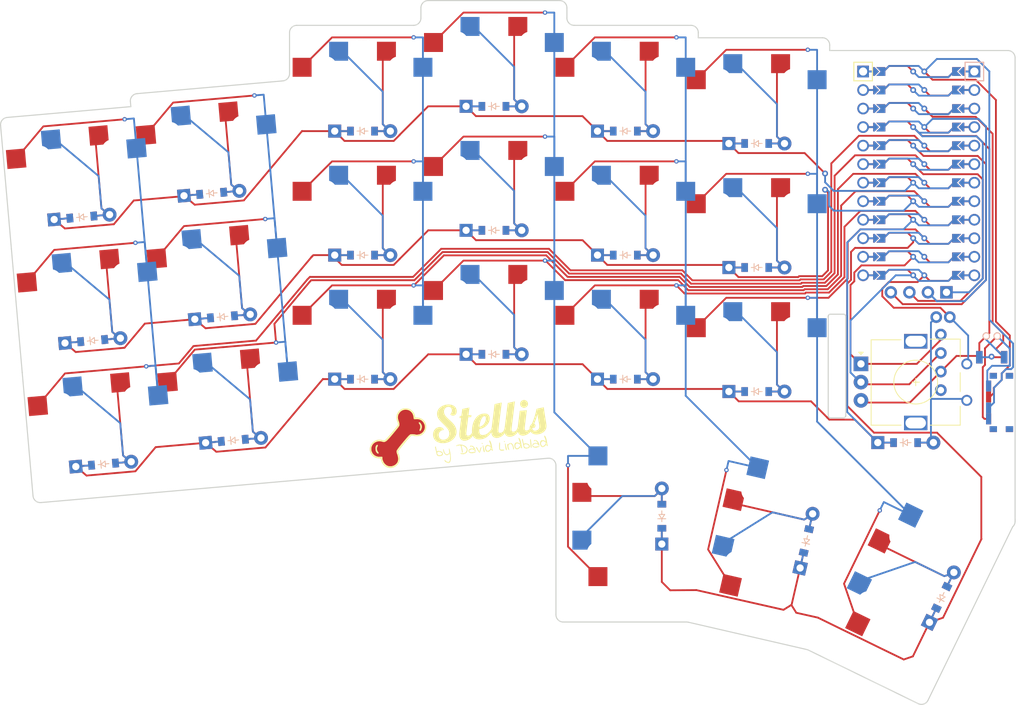
<source format=kicad_pcb>
(kicad_pcb (version 20211014) (generator pcbnew)
  (title_block (title "main") (rev "v1.0.0") (company "Unknown"))
  (layers (0 "F.Cu" signal) (31 "B.Cu" signal) (34 "B.Paste" user) (35 "F.Paste" user) (36 "B.SilkS" user "B.Silkscreen") (37 "F.SilkS" user "F.Silkscreen") (38 "B.Mask" user) (39 "F.Mask" user) (44 "Edge.Cuts" user))
  (net 0 "")
  (net 1 "outer_bottom")
  (net 2 "P21")
  (net 3 "P6")
  (net 4 "outer_home")
  (net 5 "P5")
  (net 6 "outer_top")
  (net 7 "P4")
  (net 8 "pinky_bottom")
  (net 9 "P20")
  (net 10 "pinky_home")
  (net 11 "pinky_top")
  (net 12 "ring_bottom")
  (net 13 "P19")
  (net 14 "ring_home")
  (net 15 "ring_top")
  (net 16 "middle_bottom")
  (net 17 "P18")
  (net 18 "middle_home")
  (net 19 "middle_top")
  (net 20 "index_bottom")
  (net 21 "P15")
  (net 22 "index_home")
  (net 23 "index_top")
  (net 24 "inner_bottom")
  (net 25 "P14")
  (net 26 "inner_home")
  (net 27 "inner_top")
  (net 28 "outer_thumb")
  (net 29 "P7")
  (net 30 "home_thumb")
  (net 31 "inner_thumb")
  (net 32 "RAW")
  (net 33 "GND")
  (net 34 "RST")
  (net 35 "VCC")
  (net 36 "P16")
  (net 37 "P10")
  (net 38 "P1")
  (net 39 "P0")
  (net 40 "P2")
  (net 41 "P3")
  (net 42 "P8")
  (net 43 "P9")
  (net 44 "pos")
  (net 45 "enc_diode")
  (footprint "lib:bat" (layer "F.Cu") (at 129.6159 -14.72297 -90)
    (fp_text reference "")
    (fp_text value "")
  )
  (footprint "ComboDiode" (layer "F.Cu") (at 122.757696 21.100471 64)
    (fp_text reference "D21" hide)
    (fp_text value "" hide)
  )
  (footprint "ComboDiode" (layer "F.Cu") (at 61.415902 -46.222971)
    (fp_text reference "D12" hide)
    (fp_text value "" hide)
  )
  (footprint "PG1350" (layer "F.Cu") (at 99.348626 12.22975 77)
    (fp_text reference "S20" hide)
    (fp_text value "" hide)
  )
  (footprint "ComboDiode" (layer "F.Cu") (at 22.752584 -34.299968 5)
    (fp_text reference "D6" hide)
    (fp_text value "" hide)
  )
  (footprint "ComboDiode" (layer "F.Cu") (at 43.415903 -42.822971)
    (fp_text reference "D9" hide)
    (fp_text value "" hide)
  )
  (footprint "Logo:logo" (layer "F.Cu") (at 55.187111 -0.676461 5)
    (fp_text reference "REF**" hide)
    (fp_text value "logo" hide)
  )
  (footprint "PG1350" (layer "F.Cu") (at 118.263725 18.908618 64)
    (fp_text reference "S21" hide)
    (fp_text value "" hide)
  )
  (footprint "ComboDiode" (layer "F.Cu") (at 79.415903 -25.822972)
    (fp_text reference "D14" hide)
    (fp_text value "" hide)
  )
  (footprint "PG1350" (layer "F.Cu") (at 61.415901 -51.222971)
    (fp_text reference "S12" hide)
    (fp_text value "" hide)
  )
  (footprint "ProMicro" (layer "F.Cu") (at 119.615899 -37.022969 -90)
    (fp_text reference "MCU1" hide)
    (fp_text value "")
  )
  (footprint "PG1350" (layer "F.Cu") (at 97.415903 -46.122974)
    (fp_text reference "S18" hide)
    (fp_text value "" hide)
  )
  (footprint "ComboDiode" (layer "F.Cu") (at 84.415901 9.977028 90)
    (fp_text reference "D19" hide)
    (fp_text value "" hide)
  )
  (footprint "ComboDiode" (layer "F.Cu") (at 4.969245 -31.03763 5)
    (fp_text reference "D3" hide)
    (fp_text value "" hide)
  )
  (footprint "PG1350" (layer "F.Cu") (at 6.015113 -19.083292 5)
    (fp_text reference "S2" hide)
    (fp_text value "" hide)
  )
  (footprint "PG1350" (layer "F.Cu") (at 43.415903 -47.822971)
    (fp_text reference "S9" hide)
    (fp_text value "" hide)
  )
  (footprint "lib:OLED_headers" (layer "F.Cu") (at 113.6159 -19.12297 90)
    (fp_text reference "OLED1" hide)
    (fp_text value "OLED")
  )
  (footprint "ComboDiode" (layer "F.Cu") (at 25.71588 -0.429345 5)
    (fp_text reference "D4" hide)
    (fp_text value "" hide)
  )
  (footprint "Button_Switch_SMD:SW_SPST_B3U-1000P" (layer "F.Cu") (at 129.615902 -11.82297)
    (fp_text reference "")
    (fp_text value "")
  )
  (footprint "PG1350" (layer "F.Cu") (at 22.316804 -39.280941 5)
    (fp_text reference "S6" hide)
    (fp_text value "" hide)
  )
  (footprint "ComboDiode" (layer "F.Cu") (at 117.815903 -0.122972)
    (fp_text reference "D22" hide)
    (fp_text value "" hide)
  )
  (footprint "PG1350" (layer "F.Cu") (at 7.496762 -2.14798 5)
    (fp_text reference "S1" hide)
    (fp_text value "" hide)
  )
  (footprint "ComboDiode" (layer "F.Cu") (at 61.415899 -29.222973)
    (fp_text reference "D11" hide)
    (fp_text value "" hide)
  )
  (footprint "PG1350" (layer "F.Cu") (at 25.280098 -5.410319 5)
    (fp_text reference "S4" hide)
    (fp_text value "" hide)
  )
  (footprint "ComboDiode" (layer "F.Cu") (at 79.415902 -42.822972)
    (fp_text reference "D15" hide)
    (fp_text value "" hide)
  )
  (footprint "ComboDiode" (layer "F.Cu") (at 24.23423 -17.364659 5)
    (fp_text reference "D5" hide)
    (fp_text value "" hide)
  )
  (footprint "ComboDiode" (layer "F.Cu") (at 97.415902 -24.122968)
    (fp_text reference "D17" hide)
    (fp_text value "" hide)
  )
  (footprint "ComboDiode" (layer "F.Cu") (at 43.415901 -25.822971)
    (fp_text reference "D8" hide)
    (fp_text value "" hide)
  )
  (footprint "ComboDiode" (layer "F.Cu") (at 97.415904 -7.12297)
    (fp_text reference "D16" hide)
    (fp_text value "" hide)
  )
  (footprint "PG1350" (layer "F.Cu") (at 43.4159 -30.822972)
    (fp_text reference "S8" hide)
    (fp_text value "" hide)
  )
  (footprint "PG1350" (layer "F.Cu") (at 97.415903 -29.122972)
    (fp_text reference "S17" hide)
    (fp_text value "" hide)
  )
  (footprint "Button_Switch_SMD:SW_SPDT_PCM12" (layer "F.Cu") (at 130.615904 -5.622972 90)
    (fp_text reference "")
    (fp_text value "")
  )
  (footprint "ComboDiode" (layer "F.Cu") (at 61.4159 -12.222971)
    (fp_text reference "D10" hide)
    (fp_text value "" hide)
  )
  (footprint "PG1350" (layer "F.Cu") (at 61.415902 -34.222973)
    (fp_text reference "S11" hide)
    (fp_text value "" hide)
  )
  (footprint "RollerEncoder_Panasonic_EVQWGD001" (layer "F.Cu") (at 117.015901 -11.122973)
    (fp_text reference "REF**")
    (fp_text value "RollerEncoder_Panasonic_EVQWGD001")
    (fp_line (start -9.8 7.3) (end -9.8 -6.3) (layer "Edge.Cuts") (width 0.15))
    (fp_line (start -9.5 -6.6) (end -7.7 -6.6) (layer "Edge.Cuts") (width 0.15))
    (fp_line (start -7.4 -6.3) (end -7.4 7.3) (layer "Edge.Cuts") (width 0.15))
    (fp_line (start -7.7 7.6) (end -9.5 7.6) (layer "Edge.Cuts") (width 0.15))
    (fp_arc (start -7.4 7.3) (mid -7.487868 7.512132) (end -7.7 7.6) (layer "Edge.Cuts") (width 0.15))
    (fp_arc (start -9.8 -6.3) (mid -9.712132 -6.512132) (end -9.5 -6.6) (layer "Edge.Cuts") (width 0.15))
    (fp_arc (start -7.7 -6.6) (mid -7.487868 -6.512132) (end -7.4 -6.3) (layer "Edge.Cuts") (width 0.15))
    (fp_arc (start -9.5 7.6) (mid -9.712132 7.512132) (end -9.8 7.3) (layer "Edge.Cuts") (width 0.15))
  )
  (footprint "PG1350" (layer "F.Cu") (at 97.415903 -12.122971)
    (fp_text reference "S16" hide)
    (fp_text value "" hide)
  )
  (footprint "PG1350" (layer "F.Cu") (at 79.415904 9.977027 90)
    (fp_text reference "S19" hide)
    (fp_text value "" hide)
  )
  (footprint "ComboDiode" (layer "F.Cu") (at 6.450892 -14.102324 5)
    (fp_text reference "D2" hide)
    (fp_text value "" hide)
  )
  (footprint "PG1350" (layer "F.Cu") (at 23.798454 -22.345625 5)
    (fp_text reference "S5" hide)
    (fp_text value "" hide)
  )
  (footprint "ComboDiode" (layer "F.Cu") (at 97.415901 -41.122971)
    (fp_text reference "D18" hide)
    (fp_text value "" hide)
  )
  (footprint "PG1350" (layer "F.Cu") (at 79.415902 -30.822968)
    (fp_text reference "S14" hide)
    (fp_text value "" hide)
  )
  (footprint "rotary_encoder" (layer "F.Cu") (at 119.32 -8.371033)
    (fp_text reference "ROT1" hide)
    (fp_text value "")
  )
  (footprint "ComboDiode" (layer "F.Cu") (at 43.415904 -8.822972)
    (fp_text reference "D7" hide)
    (fp_text value "" hide)
  )
  (footprint "ComboDiode" (layer "F.Cu") (at 79.415904 -8.822973)
    (fp_text reference "D13" hide)
    (fp_text value "" hide)
  )
  (footprint "PG1350" (layer "F.Cu") (at 79.415903 -47.822967)
    (fp_text reference "S15" hide)
    (fp_text value "" hide)
  )
  (footprint "PG1350" (layer "F.Cu") (at 61.415901 -17.222971)
    (fp_text reference "S10" hide)
    (fp_text value "" hide)
  )
  (footprint "ComboDiode" (layer "F.Cu") (at 104.220476 13.354505 77)
    (fp_text reference "D20" hide)
    (fp_text value "" hide)
  )
  (footprint "PG1350" (layer "F.Cu") (at 79.415901 -13.82297)
    (fp_text reference "S13" hide)
    (fp_text value "" hide)
  )
  (footprint "PG1350" (layer "F.Cu") (at 43.4159 -13.822973)
    (fp_text reference "S7" hide)
    (fp_text value "" hide)
  )
  (footprint "ComboDiode" (layer "F.Cu") (at 7.932541 2.832988 5)
    (fp_text reference "D1" hide)
    (fp_text value "" hide)
  )
  (footprint "PG1350" (layer "F.Cu") (at 4.533466 -36.018603 5)
    (fp_text reference "S3" hide)
    (fp_text value "" hide)
  )
  (gr_arc (start 33.4159 -56.322971) (mid 33.708808 -57.030048) (end 34.415902 -57.322969) (layer "Edge.Cuts") (width 0.15))
  (gr_line (start 33.4159 -56.322971) (end 33.415901 -50.704603) (layer "Edge.Cuts") (width 0.15))
  (gr_line (start -6.169307 -43.614701) (end -4.687695 -26.679841) (layer "Edge.Cuts") (width 0.15))
  (gr_line (start 69.915902 23.477027) (end 69.915902 3.018649) (layer "Edge.Cuts") (width 0.15))
  (gr_line (start 131.815901 -53.872971) (end 107.415903 -53.872972) (layer "Edge.Cuts") (width 0.15))
  (gr_line (start 88.415904 -57.322975) (end 72.415902 -57.322975) (layer "Edge.Cuts") (width 0.15))
  (gr_arc (start -4.687657 -26.679392) (mid -4.687677 -26.679616) (end -4.687695 -26.679841) (layer "Edge.Cuts") (width 0.15))
  (gr_arc (start 132.815902 10.677028) (mid 132.729831 11.082924) (end 132.486406 11.418936) (layer "Edge.Cuts") (width 0.15))
  (gr_arc (start 70.915904 24.477029) (mid 70.208825 24.184111) (end 69.915902 23.477027) (layer "Edge.Cuts") (width 0.15))
  (gr_line (start -3.205969 -9.743636) (end -1.724362 7.191229) (layer "Edge.Cuts") (width 0.15))
  (gr_arc (start 51.415901 -58.322972) (mid 51.123023 -57.615834) (end 50.415901 -57.32297) (layer "Edge.Cuts") (width 0.15))
  (gr_line (start 12.523072 -47.960386) (end 32.50306 -49.70841) (layer "Edge.Cuts") (width 0.15))
  (gr_line (start 70.415901 -60.722967) (end 52.415901 -60.722971) (layer "Edge.Cuts") (width 0.15))
  (gr_arc (start 33.4159 -50.704603) (mid 33.153139 -50.029057) (end 32.50306 -49.70841) (layer "Edge.Cuts") (width 0.15))
  (gr_line (start 120.88426 35.206864) (end 132.486406 11.418936) (layer "Edge.Cuts") (width 0.15))
  (gr_arc (start -3.20597 -9.743638) (mid -3.205991 -9.74386) (end -3.206011 -9.744082) (layer "Edge.Cuts") (width 0.15))
  (gr_line (start 89.415902 -55.622965) (end 89.415901 -56.32297) (layer "Edge.Cuts") (width 0.15))
  (gr_arc (start 120.88426 35.206864) (mid 120.311032 35.713987) (end 119.547092 35.667286) (layer "Edge.Cuts") (width 0.15))
  (gr_line (start -0.64101 8.100267) (end 68.828747 2.02245) (layer "Edge.Cuts") (width 0.15))
  (gr_arc (start 11.614035 -46.87704) (mid 11.844189 -47.606978) (end 12.523072 -47.960386) (layer "Edge.Cuts") (width 0.15))
  (gr_line (start 132.815904 10.677027) (end 132.815902 10.60658) (layer "Edge.Cuts") (width 0.15))
  (gr_arc (start 87.825024 24.477031) (mid 87.938228 24.483455) (end 88.049976 24.502661) (layer "Edge.Cuts") (width 0.15))
  (gr_line (start 106.4159 -55.622974) (end 89.415902 -55.622965) (layer "Edge.Cuts") (width 0.15))
  (gr_arc (start -0.64101 8.100267) (mid -1.370956 7.870121) (end -1.724362 7.191229) (layer "Edge.Cuts") (width 0.15))
  (gr_arc (start 70.415901 -60.722967) (mid 71.123036 -60.4301) (end 71.415901 -59.72297) (layer "Edge.Cuts") (width 0.15))
  (gr_line (start 11.614034 -46.87704) (end 11.67504 -46.179699) (layer "Edge.Cuts") (width 0.15))
  (gr_line (start 107.415903 -53.872972) (end 107.415903 -54.622971) (layer "Edge.Cuts") (width 0.15))
  (gr_line (start -3.206011 -9.744082) (end -4.687655 -26.679393) (layer "Edge.Cuts") (width 0.15))
  (gr_line (start 88.049976 24.502661) (end 104.280433 28.249755) (layer "Edge.Cuts") (width 0.15))
  (gr_line (start 71.415902 -58.32297) (end 71.415901 -59.72297) (layer "Edge.Cuts") (width 0.15))
  (gr_line (start 70.915904 24.477029) (end 87.825024 24.477031) (layer "Edge.Cuts") (width 0.15))
  (gr_arc (start 72.415902 -57.322975) (mid 71.708829 -57.615892) (end 71.415902 -58.32297) (layer "Edge.Cuts") (width 0.15))
  (gr_arc (start 132.8159 10.395526) (mid 132.821484 10.501053) (end 132.815902 10.60658) (layer "Edge.Cuts") (width 0.15))
  (gr_arc (start 68.828744 2.022452) (mid 69.591521 2.281341) (end 69.915902 3.018649) (layer "Edge.Cuts") (width 0.15))
  (gr_arc (start 51.4159 -59.722969) (mid 51.708807 -60.430046) (end 52.415901 -60.722971) (layer "Edge.Cuts") (width 0.15))
  (gr_line (start 50.415901 -57.32297) (end 34.415902 -57.322969) (layer "Edge.Cuts") (width 0.15))
  (gr_arc (start 131.815901 -53.872971) (mid 132.523039 -53.580103) (end 132.815902 -52.872971) (layer "Edge.Cuts") (width 0.15))
  (gr_line (start 104.493854 28.325333) (end 119.547092 35.667286) (layer "Edge.Cuts") (width 0.15))
  (gr_arc (start 104.280433 28.249755) (mid 104.389287 28.28149) (end 104.493854 28.325333) (layer "Edge.Cuts") (width 0.15))
  (gr_arc (start -6.169306 -43.614701) (mid -5.939157 -44.344645) (end -5.260269 -44.698053) (layer "Edge.Cuts") (width 0.15))
  (gr_arc (start 88.415904 -57.322975) (mid 89.123043 -57.030104) (end 89.415901 -56.32297) (layer "Edge.Cuts") (width 0.15))
  (gr_arc (start 106.4159 -55.622974) (mid 107.123041 -55.330105) (end 107.415903 -54.622971) (layer "Edge.Cuts") (width 0.15))
  (gr_line (start 51.4159 -59.722969) (end 51.415901 -58.322972) (layer "Edge.Cuts") (width 0.15))
  (gr_line (start 11.67504 -46.179699) (end -5.260269 -44.698053) (layer "Edge.Cuts") (width 0.15))
  (gr_line (start 132.8159 10.395526) (end 132.815902 -52.872971) (layer "Edge.Cuts") (width 0.15))
  (segment (start 106.585024 -22.489954) (end 103.42142 -22.489954) (width 0.25) (layer "F.Cu") (net 2))
  (segment (start 88.605042 -22.361033) (end 87.226121 -23.739954) (width 0.25) (layer "F.Cu") (net 2))
  (segment (start 71.905595 -23.739951) (end 68.955597 -26.689953) (width 0.25) (layer "F.Cu") (net 2))
  (segment (start 68.955597 -26.689953) (end 54.194139 -26.689953) (width 0.25) (layer "F.Cu") (net 2))
  (segment (start 50.337046 -22.832858) (end 36.207195 -22.832858) (width 0.25) (layer "F.Cu") (net 2))
  (segment (start 18.257472 -10.969408) (end 13.785954 -10.578202) (width 0.25) (layer "F.Cu") (net 2))
  (segment (start 107.638084 -38.392063) (end 107.638083 -23.543013) (width 0.25) (layer "F.Cu") (net 2))
  (segment (start 103.42142 -22.489954) (end 103.292499 -22.361033) (width 0.25) (layer "F.Cu") (net 2))
  (segment (start 107.638083 -23.543013) (end 106.585024 -22.489954) (width 0.25) (layer "F.Cu") (net 2))
  (segment (start 35.863836 -22.4895) (end 28.829372 -14.106151) (width 0.25) (layer "F.Cu") (net 2))
  (segment (start 103.292499 -22.361033) (end 88.605042 -22.361033) (width 0.25) (layer "F.Cu") (net 2))
  (segment (start 120.377901 -40.832972) (end 119.028014 -42.182859) (width 0.25) (layer "F.Cu") (net 2))
  (segment (start 54.194139 -26.689953) (end 50.337046 -22.832858) (width 0.25) (layer "F.Cu") (net 2))
  (segment (start 36.207195 -22.832858) (end 35.863836 -22.4895) (width 0.25) (layer "F.Cu") (net 2))
  (segment (start 87.226121 -23.739954) (end 71.905595 -23.739951) (width 0.25) (layer "F.Cu") (net 2))
  (segment (start 28.829372 -14.106151) (end 20.260451 -13.356466) (width 0.25) (layer "F.Cu") (net 2))
  (segment (start 20.260451 -13.356466) (end 18.257472 -10.969408) (width 0.25) (layer "F.Cu") (net 2))
  (segment (start 111.428875 -42.182856) (end 107.638084 -38.392063) (width 0.25) (layer "F.Cu") (net 2))
  (segment (start 119.028014 -42.182859) (end 111.428875 -42.182856) (width 0.25) (layer "F.Cu") (net 2))
  (segment (start 15.413436 -6.604927) (end 13.931791 -23.54024) (width 0.25) (layer "B.Cu") (net 2))
  (segment (start 12.450143 -40.475551) (end 13.931791 -23.54024) (width 0.25) (layer "B.Cu") (net 2))
  (segment (start 58.956787 -10.872087) (end 57.605902 -12.222971) (width 0.25) (layer "F.Cu") (net 3))
  (segment (start 107.356672 -3.272086) (end 107.090222 -3.538537) (width 0.25) (layer "F.Cu") (net 3))
  (segment (start 57.605902 -12.222971) (end 52.419686 -12.222969) (width 0.25) (layer "F.Cu") (net 3))
  (segment (start 39.605903 -8.82297) (end 38.017914 -8.82297) (width 0.25) (layer "F.Cu") (net 3))
  (segment (start 93.605904 -7.122975) (end 93.256787 -7.472084) (width 0.25) (layer "F.Cu") (net 3))
  (segment (start 107.081647 -3.559241) (end 104.8688 -5.772085) (width 0.25) (layer "F.Cu") (net 3))
  (segment (start 12.300448 3.813213) (end 5.607343 4.398786) (width 0.25) (layer "F.Cu") (net 3))
  (segment (start 47.681675 -7.472083) (end 40.95679 -7.472087) (width 0.25) (layer "F.Cu") (net 3))
  (segment (start 48.503403 -8.293814) (end 47.681675 -7.472083) (width 0.25) (layer "F.Cu") (net 3))
  (segment (start 104.8688 -5.772085) (end 94.956785 -5.772087) (width 0.25) (layer "F.Cu") (net 3))
  (segment (start 94.956785 -5.772087) (end 93.605902 -7.122971) (width 0.25) (layer "F.Cu") (net 3))
  (segment (start 30.116699 0.547999) (end 37.997232 -8.843651) (width 0.25) (layer "F.Cu") (net 3))
  (segment (start 23.390684 1.136449) (end 30.116699 0.547999) (width 0.25) (layer "F.Cu") (net 3))
  (segment (start 73.556787 -10.872087) (end 58.956787 -10.872087) (width 0.25) (layer "F.Cu") (net 3))
  (segment (start 40.95679 -7.472087) (end 39.605904 -8.822973) (width 0.25) (layer "F.Cu") (net 3))
  (segment (start 48.503403 -8.30669) (end 48.503403 -8.293814) (width 0.25) (layer "F.Cu") (net 3))
  (segment (start 21.920377 -0.097281) (end 15.079548 0.501211) (width 0.25) (layer "F.Cu") (net 3))
  (segment (start 76.956786 -7.472082) (end 73.556787 -10.872087) (width 0.25) (layer "F.Cu") (net 3))
  (segment (start 93.256787 -7.472084) (end 76.956786 -7.472082) (width 0.25) (layer "F.Cu") (net 3))
  (segment (start 38.017914 -8.82297) (end 37.997232 -8.843651) (width 0.25) (layer "F.Cu") (net 3))
  (segment (start 5.607343 4.398786) (end 4.137036 3.165052) (width 0.25) (layer "F.Cu") (net 3))
  (segment (start 15.079548 0.501211) (end 12.300448 3.813213) (width 0.25) (layer "F.Cu") (net 3))
  (segment (start 114.005902 -0.12297) (end 110.856789 -3.272085) (width 0.25) (layer "F.Cu") (net 3))
  (segment (start 52.419686 -12.222969) (end 48.503403 -8.30669) (width 0.25) (layer "F.Cu") (net 3))
  (segment (start 107.090222 -3.538537) (end 107.081647 -3.559241) (width 0.25) (layer "F.Cu") (net 3))
  (segment (start 21.920377 -0.097281) (end 23.390684 1.136449) (width 0.25) (layer "F.Cu") (net 3))
  (segment (start 110.856789 -3.272085) (end 107.356672 -3.272086) (width 0.25) (layer "F.Cu") (net 3))
  (segment (start 109.815902 -27.54396) (end 111.62091 -29.348968) (width 0.25) (layer "B.Cu") (net 3))
  (segment (start 109.815902 -4.312968) (end 109.815902 -27.54396) (width 0.25) (layer "B.Cu") (net 3))
  (segment (start 114.005901 -0.12297) (end 109.815902 -4.312968) (width 0.25) (layer "B.Cu") (net 3))
  (segment (start 111.62091 -29.348968) (end 117.529895 -29.348967) (width 0.25) (layer "B.Cu") (net 3))
  (segment (start 117.529895 -29.348967) (end 118.853897 -30.672971) (width 0.25) (layer "B.Cu") (net 3))
  (segment (start 106.787259 -34.787259) (end 107.188083 -34.386435) (width 0.25) (layer "F.Cu") (net 5))
  (segment (start 48.503401 -25.293809) (end 47.681674 -24.472086) (width 0.25) (layer "F.Cu") (net 5))
  (segment (start 20.438728 -17.032592) (end 21.909036 -15.798861) (width 0.25) (layer "F.Cu") (net 5))
  (segment (start 48.503401 -25.306686) (end 48.503401 -25.293809) (width 0.25) (layer "F.Cu") (net 5))
  (segment (start 107.188083 -34.386435) (end 107.188083 -23.729409) (width 0.25) (layer "F.Cu") (net 5))
  (segment (start 40.572354 -24.472088) (end 39.6059 -25.438533) (width 0.25) (layer "F.Cu") (net 5))
  (segment (start 47.681674 -24.472086) (end 40.572354 -24.472088) (width 0.25) (layer "F.Cu") (net 5))
  (segment (start 39.6059 -25.438533) (end 39.605902 -25.82297) (width 0.25) (layer "F.Cu") (net 5))
  (segment (start 103.106103 -22.811033) (end 94.917839 -22.811033) (width 0.25) (layer "F.Cu") (net 5))
  (segment (start 103.235023 -22.939953) (end 103.106103 -22.811033) (width 0.25) (layer "F.Cu") (net 5))
  (segment (start 10.812443 -13.121537) (end 4.125696 -12.536528) (width 0.25) (layer "F.Cu") (net 5))
  (segment (start 76.956786 -24.472086) (end 73.556787 -27.872084) (width 0.25) (layer "F.Cu") (net 5))
  (segment (start 28.73467 -16.396023) (end 36.404415 -25.536468) (width 0.25) (layer "F.Cu") (net 5))
  (segment (start 73.556787 -27.872084) (end 58.956787 -27.872087) (width 0.25) (layer "F.Cu") (net 5))
  (segment (start 93.6059 -24.122972) (end 93.256788 -24.472088) (width 0.25) (layer "F.Cu") (net 5))
  (segment (start 57.605903 -29.222971) (end 52.419685 -29.222973) (width 0.25) (layer "F.Cu") (net 5))
  (segment (start 39.605901 -25.822969) (end 36.690913 -25.822967) (width 0.25) (layer "F.Cu") (net 5))
  (segment (start 36.690913 -25.822967) (end 36.404415 -25.536468) (width 0.25) (layer "F.Cu") (net 5))
  (segment (start 94.917839 -22.811033) (end 93.605902 -24.12297) (width 0.25) (layer "F.Cu") (net 5))
  (segment (start 4.125696 -12.536528) (end 2.655391 -13.770259) (width 0.25) (layer "F.Cu") (net 5))
  (segment (start 13.591542 -16.433539) (end 10.812443 -13.121537) (width 0.25) (layer "F.Cu") (net 5))
  (segment (start 93.256788 -24.472088) (end 76.956786 -24.472086) (width 0.25) (layer "F.Cu") (net 5))
  (segment (start 20.438728 -17.032592) (end 13.591542 -16.433539) (width 0.25) (layer "F.Cu") (net 5))
  (segment (start 21.909036 -15.798861) (end 28.73467 -16.396023) (width 0.25) (layer "F.Cu") (net 5))
  (segment (start 106.398627 -22.939953) (end 103.235023 -22.939953) (width 0.25) (layer "F.Cu") (net 5))
  (segment (start 58.956787 -27.872087) (end 57.605903 -29.222971) (width 0.25) (layer "F.Cu") (net 5))
  (segment (start 36.404415 -25.536468) (end 36.541292 -25.699595) (width 0.25) (layer "F.Cu") (net 5))
  (segment (start 52.419685 -29.222973) (end 48.503401 -25.306686) (width 0.25) (layer "F.Cu") (net 5))
  (segment (start 107.188083 -23.729409) (end 106.398627 -22.939953) (width 0.25) (layer "F.Cu") (net 5))
  (via (at 106.787259 -34.787259) (size 0.8) (drill 0.4) (layers "F.Cu" "B.Cu") (net 5))
  (segment (start 107.315903 -34.497972) (end 107.315903 -32.583214) (width 0.25) (layer "B.Cu") (net 5))
  (segment (start 106.787259 -34.787259) (end 107.026616 -34.787259) (width 0.25) (layer "B.Cu") (net 5))
  (segment (start 107.026616 -34.787259) (end 107.315903 -34.497972) (width 0.25) (layer "B.Cu") (net 5))
  (segment (start 107.988083 -31.911034) (end 117.551965 -31.911033) (width 0.25) (layer "B.Cu") (net 5))
  (segment (start 107.315903 -32.583214) (end 107.988083 -31.911034) (width 0.25) (layer "B.Cu") (net 5))
  (segment (start 117.551965 -31.911033) (end 118.853901 -33.212968) (width 0.25) (layer "B.Cu") (net 5))
  (segment (start 58.949691 -44.879183) (end 57.605904 -46.222971) (width 0.25) (layer "F.Cu") (net 7))
  (segment (start 47.688771 -41.479182) (end 40.949692 -41.47918) (width 0.25) (layer "F.Cu") (net 7))
  (segment (start 93.605901 -41.122972) (end 94.917839 -39.811032) (width 0.25) (layer "F.Cu") (net 7))
  (segment (start 48.503402 -42.293814) (end 47.688771 -41.479182) (width 0.25) (layer "F.Cu") (net 7))
  (segment (start 35.12578 -42.822971) (end 35.121847 -42.81904) (width 0.25) (layer "F.Cu") (net 7))
  (segment (start 76.949692 -41.47918) (end 73.54969 -44.879181) (width 0.25) (layer "F.Cu") (net 7))
  (segment (start 27.153402 -33.322617) (end 35.121847 -42.81904) (width 0.25) (layer "F.Cu") (net 7))
  (segment (start 12.074878 -33.308387) (end 9.347764 -30.058335) (width 0.25) (layer "F.Cu") (net 7))
  (segment (start 48.5034 -42.317329) (end 48.503402 -42.293814) (width 0.25) (layer "F.Cu") (net 7))
  (segment (start 93.605902 -41.122973) (end 93.249693 -41.479183) (width 0.25) (layer "F.Cu") (net 7))
  (segment (start 20.42739 -32.73417) (end 27.153402 -33.322617) (width 0.25) (layer "F.Cu") (net 7))
  (segment (start 52.409047 -46.222971) (end 48.5034 -42.317329) (width 0.25) (layer "F.Cu") (net 7))
  (segment (start 94.917839 -39.811032) (end 103.988083 -39.811032) (width 0.25) (layer "F.Cu") (net 7))
  (segment (start 57.605904 -46.222971) (end 52.409047 -46.222971) (width 0.25) (layer "F.Cu") (net 7))
  (segment (start 2.644046 -29.471836) (end 1.173743 -30.705571) (width 0.25) (layer "F.Cu") (net 7))
  (segment (start 18.905101 -33.905953) (end 12.074878 -33.308387) (width 0.25) (layer "F.Cu") (net 7))
  (segment (start 103.988083 -39.811032) (end 106.788083 -37.011032) (width 0.25) (layer "F.Cu") (net 7))
  (segment (start 18.95708 -33.9679) (end 18.905101 -33.905953) (width 0.25) (layer "F.Cu") (net 7))
  (segment (start 40.949692 -41.47918) (end 39.605905 -42.822972) (width 0.25) (layer "F.Cu") (net 7))
  (segment (start 93.249693 -41.479183) (end 76.949692 -41.47918) (width 0.25) (layer "F.Cu") (net 7))
  (segment (start 18.95708 -33.9679) (end 20.42739 -32.73417) (width 0.25) (layer "F.Cu") (net 7))
  (segment (start 9.347764 -30.058335) (end 2.644046 -29.471836) (width 0.25) (layer "F.Cu") (net 7))
  (segment (start 39.605905 -42.822972) (end 35.12578 -42.822971) (width 0.25) (layer "F.Cu") (net 7))
  (segment (start 73.54969 -44.879181) (end 58.949691 -44.879183) (width 0.25) (layer "F.Cu") (net 7))
  (via (at 106.788083 -37.011032) (size 0.8) (drill 0.4) (layers "F.Cu" "B.Cu") (net 7))
  (segment (start 118.8539 -35.752968) (end 117.7289 -34.627968) (width 0.25) (layer "B.Cu") (net 7))
  (segment (start 117.7289 -34.627968) (end 107.971148 -34.627968) (width 0.25) (layer "B.Cu") (net 7))
  (segment (start 106.788083 -35.811034) (end 106.788083 -37.011032) (width 0.25) (layer "B.Cu") (net 7))
  (segment (start 107.971148 -34.627968) (end 106.788083 -35.811034) (width 0.25) (layer "B.Cu") (net 7))
  (segment (start 36.39602 -22.382856) (end 36.183248 -22.170084) (width 0.25) (layer "F.Cu") (net 9))
  (segment (start 36.183248 -22.170084) (end 31.345007 -16.404093) (width 0.25) (layer "F.Cu") (net 9))
  (segment (start 54.380536 -26.239951) (end 50.523439 -22.382856) (width 0.25) (layer "F.Cu") (net 9))
  (segment (start 88.418646 -21.911033) (end 87.039724 -23.289953) (width 0.25) (layer "F.Cu") (net 9))
  (segment (start 119.165898 -39.504971) (end 110.892591 -39.504972) (width 0.25) (layer "F.Cu") (net 9))
  (segment (start 31.345007 -16.404093) (end 31.569291 -13.840539) (width 0.25) (layer "F.Cu") (net 9))
  (segment (start 108.088083 -23.356617) (end 106.771419 -22.039953) (width 0.25) (layer "F.Cu") (net 9))
  (segment (start 68.769199 -26.239951) (end 54.380536 -26.239951) (width 0.25) (layer "F.Cu") (net 9))
  (segment (start 103.478894 -21.911034) (end 88.418646 -21.911033) (width 0.25) (layer "F.Cu") (net 9))
  (segment (start 71.719197 -23.289954) (end 68.769199 -26.239951) (width 0.25) (layer "F.Cu") (net 9))
  (segment (start 106.771419 -22.039953) (end 103.607815 -22.039953) (width 0.25) (layer "F.Cu") (net 9))
  (segment (start 120.377897 -38.29297) (end 119.165898 -39.504971) (width 0.25) (layer "F.Cu") (net 9))
  (segment (start 108.088083 -36.700464) (end 108.088083 -23.356617) (width 0.25) (layer "F.Cu") (net 9))
  (segment (start 103.607815 -22.039953) (end 103.478894 -21.911034) (width 0.25) (layer "F.Cu") (net 9))
  (segment (start 87.039724 -23.289953) (end 71.719197 -23.289954) (width 0.25) (layer "F.Cu") (net 9))
  (segment (start 110.892591 -39.504972) (end 108.088083 -36.700464) (width 0.25) (layer "F.Cu") (net 9))
  (segment (start 50.523439 -22.382856) (end 36.39602 -22.382856) (width 0.25) (layer "F.Cu") (net 9))
  (segment (start 31.715133 -26.802574) (end 33.196777 -9.867261) (width 0.25) (layer "B.Cu") (net 9))
  (segment (start 30.233482 -43.737884) (end 31.715133 -26.802574) (width 0.25) (layer "B.Cu") (net 9))
  (segment (start 108.538083 -23.170221) (end 108.538084 -34.861103) (width 0.25) (layer "F.Cu") (net 13))
  (segment (start 69.040901 -25.331855) (end 69.040901 -25.315984) (width 0.25) (layer "F.Cu") (net 13))
  (segment (start 103.794211 -21.589953) (end 106.957815 -21.589952) (width 0.25) (layer "F.Cu") (net 13))
  (segment (start 71.516932 -22.839952) (end 86.853328 -22.839954) (width 0.25) (layer "F.Cu") (net 13))
  (segment (start 110.641952 -36.964972) (end 119.165901 -36.964971) (width 0.25) (layer "F.Cu") (net 13))
  (segment (start 106.957815 -21.589952) (end 108.538083 -23.170221) (width 0.25) (layer "F.Cu") (net 13))
  (segment (start 88.232251 -21.461033) (end 103.665291 -21.461033) (width 0.25) (layer "F.Cu") (net 13))
  (segment (start 50.449953 -21.672975) (end 54.566931 -25.789954) (width 0.25) (layer "F.Cu") (net 13))
  (segment (start 108.538084 -34.861103) (end 110.641952 -36.964972) (width 0.25) (layer "F.Cu") (net 13))
  (segment (start 50.4159 -21.672971) (end 50.449953 -21.672975) (width 0.25) (layer "F.Cu") (net 13))
  (segment (start 68.582804 -25.789953) (end 69.040901 -25.331855) (width 0.25) (layer "F.Cu") (net 13))
  (segment (start 54.566931 -25.789954) (end 68.582804 -25.789953) (width 0.25) (layer "F.Cu") (net 13))
  (segment (start 103.665291 -21.461033) (end 103.794211 -21.589953) (width 0.25) (layer "F.Cu") (net 13))
  (segment (start 86.853328 -22.839954) (end 88.232251 -21.461033) (width 0.25) (layer "F.Cu") (net 13))
  (segment (start 69.040901 -25.315984) (end 71.516932 -22.839952) (width 0.25) (layer "F.Cu") (net 13))
  (segment (start 119.165901 -36.964971) (end 120.377901 -35.75297) (width 0.25) (layer "F.Cu") (net 13))
  (segment (start 51.690901 -17.572969) (end 51.690904 -34.57297) (width 0.25) (layer "B.Cu") (net 13))
  (segment (start 51.690902 -51.572969) (end 51.690904 -34.57297) (width 0.25) (layer "B.Cu") (net 13))
  (segment (start 86.666932 -22.389952) (end 88.045853 -21.011033) (width 0.25) (layer "F.Cu") (net 17))
  (segment (start 68.415901 -25.072974) (end 68.483916 -25.07297) (width 0.25) (layer "F.Cu") (net 17))
  (segment (start 108.988083 -22.983826) (end 108.988083 -32.611102) (width 0.25) (layer "F.Cu") (net 17))
  (segment (start 68.483916 -25.07297) (end 71.166931 -22.389951) (width 0.25) (layer "F.Cu") (net 17))
  (segment (start 119.000917 -34.589951) (end 120.377899 -33.212969) (width 0.25) (layer "F.Cu") (net 17))
  (segment (start 88.045853 -21.011033) (end 103.851687 -21.011033) (width 0.25) (layer "F.Cu") (net 17))
  (segment (start 103.980608 -21.139953) (end 107.144211 -21.139952) (width 0.25) (layer "F.Cu") (net 17))
  (segment (start 71.166931 -22.389951) (end 86.666932 -22.389952) (width 0.25) (layer "F.Cu") (net 17))
  (segment (start 110.966933 -34.589953) (end 119.000917 -34.589951) (width 0.25) (layer "F.Cu") (net 17))
  (segment (start 107.144211 -21.139952) (end 108.988083 -22.983826) (width 0.25) (layer "F.Cu") (net 17))
  (segment (start 108.988083 -32.611102) (end 110.966933 -34.589953) (width 0.25) (layer "F.Cu") (net 17))
  (segment (start 103.851687 -21.011033) (end 103.980608 -21.139953) (width 0.25) (layer "F.Cu") (net 17))
  (segment (start 69.690903 -4.272974) (end 75.665902 1.702026) (width 0.25) (layer "B.Cu") (net 17))
  (segment (start 69.690901 -20.972972) (end 69.690903 -37.972972) (width 0.25) (layer "B.Cu") (net 17))
  (segment (start 69.690903 -54.972969) (end 69.690903 -37.972972) (width 0.25) (layer "B.Cu") (net 17))
  (segment (start 69.690901 -20.972972) (end 69.690903 -4.272974) (width 0.25) (layer "B.Cu") (net 17))
  (segment (start 119.1659 -31.88497) (end 120.3779 -30.672971) (width 0.25) (layer "F.Cu") (net 21))
  (segment (start 111.616908 -31.884967) (end 119.1659 -31.88497) (width 0.25) (layer "F.Cu") (net 21))
  (segment (start 87.527843 -20.561033) (end 104.038083 -20.561033) (width 0.25) (layer "F.Cu") (net 21))
  (segment (start 107.330607 -20.689952) (end 109.438083 -22.797428) (width 0.25) (layer "F.Cu") (net 21))
  (segment (start 86.415905 -21.672972) (end 87.527843 -20.561033) (width 0.25) (layer "F.Cu") (net 21))
  (segment (start 104.167003 -20.689952) (end 107.330607 -20.689952) (width 0.25) (layer "F.Cu") (net 21))
  (segment (start 104.038083 -20.561033) (end 104.167003 -20.689952) (width 0.25) (layer "F.Cu") (net 21))
  (segment (start 109.438083 -22.797428) (end 109.438083 -29.706143) (width 0.25) (layer "F.Cu") (net 21))
  (segment (start 109.438083 -29.706143) (end 111.616908 -31.884967) (width 0.25) (layer "F.Cu") (net 21))
  (segment (start 87.690901 -34.57297) (end 87.690901 -51.57297) (width 0.25) (layer "B.Cu") (net 21))
  (segment (start 87.690903 -17.572972) (end 87.690904 -6.542038) (width 0.25) (layer "B.Cu") (net 21))
  (segment (start 87.690903 -17.572972) (end 87.690901 -34.57297) (width 0.25) (layer "B.Cu") (net 21))
  (segment (start 87.690904 -6.542038) (end 97.556208 3.323267) (width 0.25) (layer "B.Cu") (net 21))
  (segment (start 109.888082 -27.616144) (end 111.616908 -29.34497) (width 0.25) (layer "F.Cu") (net 25))
  (segment (start 111.616908 -29.34497) (end 119.165899 -29.344969) (width 0.25) (layer "F.Cu") (net 25))
  (segment (start 104.415902 -19.972969) (end 107.250019 -19.972969) (width 0.25) (layer "F.Cu") (net 25))
  (segment (start 107.250019 -19.972969) (end 109.888083 -22.611032) (width 0.25) (layer "F.Cu") (net 25))
  (segment (start 109.888083 -22.611032) (end 109.888082 -27.616144) (width 0.25) (layer "F.Cu") (net 25))
  (segment (start 119.165899 -29.344969) (end 120.377901 -28.132966) (width 0.25) (layer "F.Cu") (net 25))
  (segment (start 105.690901 -3.002663) (end 118.520769 9.827205) (width 0.25) (layer "B.Cu") (net 25))
  (segment (start 105.690902 -49.872972) (end 105.690904 -32.872972) (width 0.25) (layer "B.Cu") (net 25))
  (segment (start 105.690904 -15.872972) (end 105.690901 -3.002663) (width 0.25) (layer "B.Cu") (net 25))
  (segment (start 105.690904 -32.872972) (end 105.690904 -15.872972) (width 0.25) (layer "B.Cu") (net 25))
  (segment (start 85.568802 20.127913) (end 84.415901 18.97502) (width 0.25) (layer "F.Cu") (net 29))
  (segment (start 121.087503 24.524881) (end 118.815733 29.182692) (width 0.25) (layer "F.Cu") (net 29))
  (segment (start 109.815902 -5.15177) (end 113.481639 -1.486033) (width 0.25) (layer "F.Cu") (net 29))
  (segment (start 109.815902 -21.902457) (end 109.815902 -5.15177) (width 0.25) (layer "F.Cu") (net 29))
  (segment (start 84.415901 18.97502) (end 84.415903 13.787027) (width 0.25) (layer "F.Cu") (net 29))
  (segment (start 128.20087 13.10087) (end 122.94014 23.886962) (width 0.25) (layer "F.Cu") (net 29))
  (segment (start 113.481639 -1.486033) (end 122.113967 -1.486033) (width 0.25) (layer "F.Cu") (net 29))
  (segment (start 110.888083 -26.811033) (end 110.338084 -26.261033) (width 0.25) (layer "F.Cu") (net 29))
  (segment (start 118.815733 29.182692) (end 117.559041 29.615404) (width 0.25) (layer "F.Cu") (net 29))
  (segment (start 110.338084 -26.261033) (end 110.338083 -22.424637) (width 0.25) (layer "F.Cu") (net 29))
  (segment (start 102.841096 23.209284) (end 105.78484 23.872743) (width 0.25) (layer "F.Cu") (net 29))
  (segment (start 89.155209 20.101079) (end 85.568802 20.127913) (width 0.25) (layer "F.Cu") (net 29))
  (segment (start 118.8539 -28.132968) (end 118.8539 -27.576851) (width 0.25) (layer "F.Cu") (net 29))
  (segment (start 122.113967 -1.486033) (end 128.188083 4.588083) (width 0.25) (layer "F.Cu") (net 29))
  (segment (start 122.94014 23.886962) (end 121.087503 24.524876) (width 0.25) (layer "F.Cu") (net 29))
  (segment (start 128.188083 13.088083) (end 128.20087 13.10087) (width 0.25) (layer "F.Cu") (net 29))
  (segment (start 117.559041 29.615404) (end 105.78484 23.872743) (width 0.25) (layer "F.Cu") (net 29))
  (segment (start 118.8539 -27.576851) (end 118.088083 -26.811033) (width 0.25) (layer "F.Cu") (net 29))
  (segment (start 102.16662 22.129894) (end 101.08723 22.804374) (width 0.25) (layer "F.Cu") (net 29))
  (segment (start 102.199217 22.109522) (end 102.16662 22.129894) (width 0.25) (layer "F.Cu") (net 29))
  (segment (start 118.088083 -26.811033) (end 110.888083 -26.811033) (width 0.25) (layer "F.Cu") (net 29))
  (segment (start 128.188083 4.588083) (end 128.188083 13.088083) (width 0.25) (layer "F.Cu") (net 29))
  (segment (start 101.08723 22.804374) (end 89.155209 20.101079) (width 0.25) (layer "F.Cu") (net 29))
  (segment (start 110.338083 -22.424637) (end 109.815902 -21.902457) (width 0.25) (layer "F.Cu") (net 29))
  (segment (start 102.16662 22.129894) (end 102.841096 23.209284) (width 0.25) (layer "F.Cu") (net 29))
  (segment (start 103.363415 17.066854) (end 102.199217 22.109522) (width 0.25) (layer "F.Cu") (net 29))
  (segment (start 129.888082 -7.611032) (end 129.888083 -6.911033) (width 0.25) (layer "F.Cu") (net 32))
  (segment (start 129.888083 -6.911033) (end 129.350022 -6.372972) (width 0.25) (layer "F.Cu") (net 32))
  (segment (start 121.5029 -49.867968) (end 127.41189 -49.867968) (width 0.25) (layer "F.Cu") (net 32))
  (segment (start 120.3779 -50.992967) (end 121.5029 -49.867968) (width 0.25) (layer "F.Cu") (net 32))
  (segment (start 130.188083 -16.703912) (end 132.090902 -14.801091) (width 0.25) (layer "F.Cu") (net 32))
  (segment (start 130.988083 -8.711034) (end 129.888082 -7.611032) (width 0.25) (layer "F.Cu") (net 32))
  (segment (start 132.090902 -14.801091) (end 132.090902 -10.713853) (width 0.25) (layer "F.Cu") (net 32))
  (segment (start 130.988083 -9.611033) (end 130.988083 -8.711034) (width 0.25) (layer "F.Cu") (net 32))
  (segment (start 127.41189 -49.867968) (end 130.188083 -47.091775) (width 0.25) (layer "F.Cu") (net 32))
  (segment (start 129.350022 -6.372972) (end 129.185904 -6.372973) (width 0.25) (layer "F.Cu") (net 32))
  (segment (start 132.090902 -10.713853) (end 130.988083 -9.611033) (width 0.25) (layer "F.Cu") (net 32))
  (segment (start 130.188083 -47.091775) (end 130.188083 -16.703912) (width 0.25) (layer "F.Cu") (net 32))
  (segment (start 132.277299 -10.197971) (end 132.540902 -10.461575) (width 0.25) (layer "B.Cu") (net 32))
  (segment (start 130.988083 -9.611033) (end 131.575021 -10.197971) (width 0.25) (layer "B.Cu") (net 32))
  (segment (start 132.540902 -10.461575) (end 132.540902 -13.714696) (width 0.25) (layer "B.Cu") (net 32))
  (segment (start 129.185904 -4.872972) (end 129.928082 -5.615149) (width 0.25) (layer "B.Cu") (net 32))
  (segment (start 132.540902 -13.714696) (end 129.288083 -16.967516) (width 0.25) (layer "B.Cu") (net 32))
  (segment (start 127.588083 -52.711033) (end 122.095965 -52.711032) (width 0.25) (layer "B.Cu") (net 32))
  (segment (start 129.928082 -5.615149) (end 129.928082 -7.651031) (width 0.25) (layer "B.Cu") (net 32))
  (segment (start 129.288083 -51.011032) (end 127.588083 -52.711033) (width 0.25) (layer "B.Cu") (net 32))
  (segment (start 131.575021 -10.197971) (end 132.277299 -10.197971) (width 0.25) (layer "B.Cu") (net 32))
  (segment (start 130.988083 -8.711034) (end 130.988083 -9.611033) (width 0.25) (layer "B.Cu") (net 32))
  (segment (start 129.928082 -7.651031) (end 130.988083 -8.711034) (width 0.25) (layer "B.Cu") (net 32))
  (segment (start 122.095965 -52.711032) (end 120.3779 -50.992967) (width 0.25) (layer "B.Cu") (net 32))
  (segment (start 129.288083 -16.967516) (end 129.288083 -51.011032) (width 0.25) (layer "B.Cu") (net 32))
  (segment (start 127.915903 -13.772972) (end 129.288083 -15.145155) (width 0.25) (layer "F.Cu") (net 33))
  (segment (start 111.888083 -5.611033) (end 118.398963 -5.611032) (width 0.25) (layer "F.Cu") (net 33))
  (segment (start 129.288083 -40.371776) (end 127.502891 -42.156968) (width 0.25) (layer "F.Cu") (net 33))
  (segment (start 124.78793 -12) (end 127.915902 -12) (width 0.25) (layer "F.Cu") (net 33))
  (segment (start 127.915902 -12) (end 127.915903 -13.772972) (width 0.25) (layer "F.Cu") (net 33))
  (segment (start 120.0699 -42.156969) (end 118.8539 -43.372967) (width 0.25) (layer "F.Cu") (net 33))
  (segment (start 129.288083 -15.145155) (end 129.288083 -40.371776) (width 0.25) (layer "F.Cu") (net 33))
  (segment (start 118.398963 -5.611032) (end 124.78793 -12) (width 0.25) (layer "F.Cu") (net 33))
  (segment (start 127.502891 -42.156968) (end 120.0699 -42.156969) (width 0.25) (layer "F.Cu") (net 33))
  (segment (start 128.8659 -14.233216) (end 131.276144 -11.822972) (width 0.25) (layer "B.Cu") (net 33))
  (segment (start 128.8659 -14.722971) (end 128.8659 -14.233216) (width 0.25) (layer "B.Cu") (net 33))
  (segment (start 123.4159 -20.722971) (end 126.500021 -20.722971) (width 0.25) (layer "B.Cu") (net 33))
  (segment (start 120.115835 -42.111033) (end 118.8539 -43.372967) (width 0.25) (layer "B.Cu") (net 33))
  (segment (start 127.548826 -42.111032) (end 120.115835 -42.111033) (width 0.25) (layer "B.Cu") (net 33))
  (segment (start 131.276144 -11.822972) (end 131.315903 -11.822971) (width 0.25) (layer "B.Cu") (net 33))
  (segment (start 128.388083 -41.271775) (end 127.548826 -42.111032) (width 0.25) (layer "B.Cu") (net 33))
  (segment (start 126.500021 -20.722971) (end 128.388084 -22.611033) (width 0.25) (layer "B.Cu") (net 33))
  (segment (start 128.388084 -22.611033) (end 128.388083 -41.271775) (width 0.25) (layer "B.Cu") (net 33))
  (segment (start 121.502899 -44.787968) (end 120.3779 -45.912968) (width 0.25) (layer "F.Cu") (net 34))
  (segment (start 127.411891 -44.787968) (end 121.502899 -44.787968) (width 0.25) (layer "F.Cu") (net 34))
  (segment (start 130.188083 -12.95079) (end 131.1909 -13.953607) (width 0.25) (layer "F.Cu") (net 34))
  (segment (start 129.738083 -16.517515) (end 129.738084 -42.461776) (width 0.25) (layer "F.Cu") (net 34))
  (segment (start 129.738084 -42.461776) (end 127.411891 -44.787968) (width 0.25) (layer "F.Cu") (net 34))
  (segment (start 131.190901 -15.064698) (end 129.738083 -16.517515) (width 0.25) (layer "F.Cu") (net 34))
  (segment (start 131.315902 -11.82297) (end 130.188083 -12.95079) (width 0.25) (layer "F.Cu") (net 34))
  (segment (start 131.1909 -13.953607) (end 131.190901 -15.064698) (width 0.25) (layer "F.Cu") (net 34))
  (segment (start 129.588083 -11.911033) (end 129.676144 -11.822973) (width 0.25) (layer "F.Cu") (net 34))
  (segment (start 129.676144 -11.822973) (end 131.315903 -11.822971) (width 0.25) (layer "F.Cu") (net 34))
  (via (at 129.588083 -11.911033) (size 0.8) (drill 0.4) (layers "F.Cu" "B.Cu") (net 34))
  (segment (start 129.500021 -11.822972) (end 127.915902 -11.822971) (width 0.25) (layer "B.Cu") (net 34))
  (segment (start 129.588083 -11.911033) (end 129.500021 -11.822972) (width 0.25) (layer "B.Cu") (net 34))
  (segment (start 128.838083 -22.424636) (end 128.838083 -43.461033) (width 0.25) (layer "B.Cu") (net 35))
  (segment (start 127.801149 -44.497968) (end 121.5029 -44.497969) (width 0.25) (layer "B.Cu") (net 35))
  (segment (start 122.087839 -19.511033) (end 125.924479 -19.511033) (width 0.25) (layer "B.Cu") (net 35))
  (segment (start 125.924479 -19.511033) (end 128.838083 -22.424636) (width 0.25) (layer "B.Cu") (net 35))
  (segment (start 120.8759 -20.722971) (end 122.087839 -19.511033) (width 0.25) (layer "B.Cu") (net 35))
  (segment (start 128.838083 -43.461033) (end 127.801149 -44.497968) (width 0.25) (layer "B.Cu") (net 35))
  (segment (start 121.5029 -44.497969) (end 120.3779 -43.372968) (width 0.25) (layer "B.Cu") (net 35))
  (segment (start 115.509741 -22.13269) (end 114.620899 -21.24385) (width 0.25) (layer "F.Cu") (net 37))
  (segment (start 114.620899 -21.24385) (end 114.6209 -20.178216) (width 0.25) (layer "F.Cu") (net 37))
  (segment (start 119.457623 -22.132691) (end 115.509741 -22.13269) (width 0.25) (layer "F.Cu") (net 37))
  (segment (start 120.3779 -23.052968) (end 119.457623 -22.132691) (width 0.25) (layer "F.Cu") (net 37))
  (segment (start 116.188083 -18.611034) (end 122.577841 -18.611033) (width 0.25) (layer "F.Cu") (net 37))
  (segment (start 122.577841 -18.611033) (end 123.865902 -17.322971) (width 0.25) (layer "F.Cu") (net 37))
  (segment (start 114.6209 -20.178216) (end 116.188083 -18.611034) (width 0.25) (layer "F.Cu") (net 37))
  (segment (start 126.388083 -10.611033) (end 126.388084 -14.800792) (width 0.25) (layer "B.Cu") (net 37))
  (segment (start 126.388084 -14.800792) (end 123.865902 -17.322971) (width 0.25) (layer "B.Cu") (net 37))
  (segment (start 128.838083 -22.424636) (end 128.838083 -38.281777) (width 0.25) (layer "F.Cu") (net 40))
  (segment (start 117.4209 -19.097971) (end 125.511417 -19.097971) (width 0.25) (layer "F.Cu") (net 40))
  (segment (start 115.7959 -20.722971) (end 117.4209 -19.097971) (width 0.25) (layer "F.Cu") (net 40))
  (segment (start 120.2689 -39.417968) (end 118.853901 -40.832968) (width 0.25) (layer "F.Cu") (net 40))
  (segment (start 125.511417 -19.097971) (end 128.838083 -22.424636) (width 0.25) (layer "F.Cu") (net 40))
  (segment (start 127.701891 -39.417968) (end 120.2689 -39.417968) (width 0.25) (layer "F.Cu") (net 40))
  (segment (start 128.838083 -38.281777) (end 127.701891 -39.417968) (width 0.25) (layer "F.Cu") (net 40))
  (segment (start 128.388084 -22.611033) (end 128.388083 -36.211034) (width 0.25) (layer "F.Cu") (net 41))
  (segment (start 119.5109 -19.547971) (end 125.325022 -19.547971) (width 0.25) (layer "F.Cu") (net 41))
  (segment (start 125.325022 -19.547971) (end 128.388084 -22.611033) (width 0.25) (layer "F.Cu") (net 41))
  (segment (start 128.388083 -36.211034) (end 127.680901 -36.918214) (width 0.25) (layer "F.Cu") (net 41))
  (segment (start 118.3359 -20.72297) (end 119.5109 -19.547971) (width 0.25) (layer "F.Cu") (net 41))
  (segment (start 127.680901 -36.918214) (end 120.228654 -36.918215) (width 0.25) (layer "F.Cu") (net 41))
  (segment (start 120.228654 -36.918215) (end 118.8539 -38.292968) (width 0.25) (layer "F.Cu") (net 41))
  (segment (start 110.265902 -21.71606) (end 110.265902 -12.233215) (width 0.25) (layer "F.Cu") (net 42))
  (segment (start 118.853901 -25.592968) (end 117.671965 -24.411033) (width 0.25) (layer "F.Cu") (net 42))
  (segment (start 117.671965 -24.411033) (end 111.762974 -24.411033) (width 0.25) (layer "F.Cu") (net 42))
  (segment (start 110.788082 -22.238241) (end 110.265902 -21.71606) (width 0.25) (layer "F.Cu") (net 42))
  (segment (start 111.762974 -24.411033) (end 110.788083 -23.436143) (width 0.25) (layer "F.Cu") (net 42))
  (segment (start 111.588084 -10.911033) (end 119.35 -10.911033) (width 0.25) (layer "F.Cu") (net 42))
  (segment (start 119.35 -10.911033) (end 122.640902 -14.201935) (width 0.25) (layer "F.Cu") (net 42))
  (segment (start 122.640902 -14.201935) (end 122.640902 -14.932971) (width 0.25) (layer "F.Cu") (net 42))
  (segment (start 110.788083 -23.436143) (end 110.788082 -22.238241) (width 0.25) (layer "F.Cu") (net 42))
  (segment (start 110.265902 -12.233215) (end 111.588084 -10.911033) (width 0.25) (layer "F.Cu") (net 42))
  (segment (start 118.311033 -8.111033) (end 122.592972 -12.392972) (width 0.25) (layer "F.Cu") (net 43))
  (segment (start 122.592972 -12.392972) (end 122.640902 -12.392972) (width 0.25) (layer "F.Cu") (net 43))
  (segment (start 111.888083 -8.111033) (end 118.311033 -8.111033) (width 0.25) (layer "F.Cu") (net 43))
  (segment (start 110.265902 -16.854673) (end 116.464196 -23.052968) (width 0.25) (layer "B.Cu") (net 43))
  (segment (start 111.888083 -8.111033) (end 110.265902 -9.733215) (width 0.25) (layer "B.Cu") (net 43))
  (segment (start 110.265902 -9.733215) (end 110.265902 -16.854673) (width 0.25) (layer "B.Cu") (net 43))
  (segment (start 116.464196 -23.052968) (end 118.8539 -23.052968) (width 0.25) (layer "B.Cu") (net 43))
  (segment (start 128.690902 -13.042335) (end 128.690902 -10.763852) (width 0.25) (layer "F.Cu") (net 44))
  (segment (start 128.688083 -13.045154) (end 128.690902 -13.042335) (width 0.25) (layer "F.Cu") (net 44))
  (segment (start 128.388083 -10.461033) (end 128.388084 -3.611033) (width 0.25) (layer "F.Cu") (net 44))
  (segment (start 128.388084 -3.611033) (end 128.626144 -3.372972) (width 0.25) (layer "F.Cu") (net 44))
  (segment (start 128.626144 -3.372972) (end 129.185905 -3.372972) (width 0.25) (layer "F.Cu") (net 44))
  (segment (start 128.690902 -10.763852) (end 128.388083 -10.461033) (width 0.25) (layer "F.Cu") (net 44))
  (segment (start 130.3659 -14.72297) (end 128.688083 -13.045154) (width 0.25) (layer "F.Cu") (net 44))
  (segment (start 129.010905 -8.047972) (end 129.010904 -9.997971) (width 0.25) (layer "B.Cu") (net 44))
  (segment (start 132.090901 -12.997972) (end 130.3659 -14.72297) (width 0.25) (layer "B.Cu") (net 44))
  (segment (start 132.090902 -10.647971) (end 132.090901 -12.997972) (width 0.25) (layer "B.Cu") (net 44))
  (segment (start 129.660902 -10.647971) (end 132.090902 -10.647971) (width 0.25) (layer "B.Cu") (net 44))
  (segment (start 129.185903 -7.872973) (end 129.010905 -8.047972) (width 0.25) (layer "B.Cu") (net 44))
  (segment (start 129.010904 -9.997971) (end 129.660902 -10.647971) (width 0.25) (layer "B.Cu") (net 44))
  (segment (start 125.888083 -6.111032) (end 121.288083 -6.111033) (width 0.25) (layer "B.Cu") (net 45))
  (segment (start 121.288083 -0.460791) (end 121.288083 -6.111033) (width 0.25) (layer "B.Cu") (net 45))
  (segment (start 121.288083 -6.111033) (end 121.288084 -16.595153) (width 0.25) (layer "B.Cu") (net 45))
  (segment (start 121.288084 -16.595153) (end 122.015902 -17.322971) (width 0.25) (layer "B.Cu") (net 45))
)
</source>
